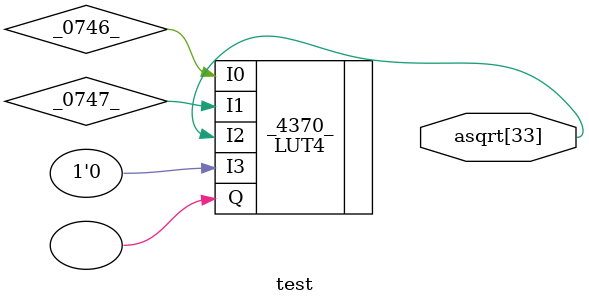
<source format=v>
module test(\asqrt[33] );
  output \asqrt[33] ;
  wire \asqrt[33] ;

  wire _0746_;
  wire _0747_;

  (* option1 = 32'd1 *)
  (* src = "/path1/path2/test.v:7.24-7.93" *)
  LUT4 #(
    .INIT(8'h2b)
  ) _4370_ (
    .I0(_0746_),
    .I1(_0747_),
    .I2(\asqrt[33] ),
    .I3(1'h0),
    .Q()
  );

endmodule
</source>
